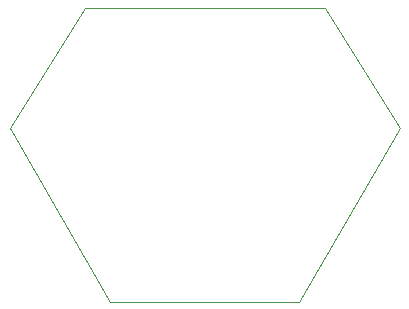
<source format=gm1>
G04 #@! TF.FileFunction,Profile,NP*
%FSLAX46Y46*%
G04 Gerber Fmt 4.6, Leading zero omitted, Abs format (unit mm)*
G04 Created by KiCad (PCBNEW 4.0.2-stable) date Thursday, September 29, 2016 'amt' 01:44:10 am*
%MOMM*%
G01*
G04 APERTURE LIST*
%ADD10C,0.100000*%
%ADD11C,0.010000*%
G04 APERTURE END LIST*
D10*
D11*
X149479000Y-133350000D02*
X157480000Y-133350000D01*
X140970000Y-118618000D02*
X149479000Y-133350000D01*
X147320000Y-108458000D02*
X140970000Y-118618000D01*
X167640000Y-108458000D02*
X147320000Y-108458000D01*
X173990000Y-118618000D02*
X167640000Y-108458000D01*
X165481000Y-133350000D02*
X173990000Y-118618000D01*
X157480000Y-133350000D02*
X165481000Y-133350000D01*
M02*

</source>
